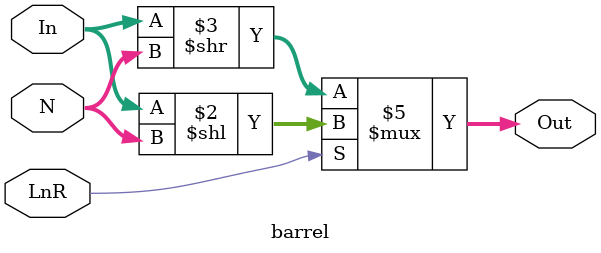
<source format=v>
/***********************************************************
File Name:	barrel.v
Author: 	Kevan Thompson
Date:		March 21, 2024
Description: An 8 bit barrel shifter

***********************************************************/

module barrel(
    input [7:0] In,
    input [2:0] N,
    input LnR,      //left not right. Determines shift direction
    output reg [7:0] Out
);

always@(*) begin
    if(LnR)
        Out = In << N;
    else
        Out = In >> N;
end //always @

endmodule
</source>
